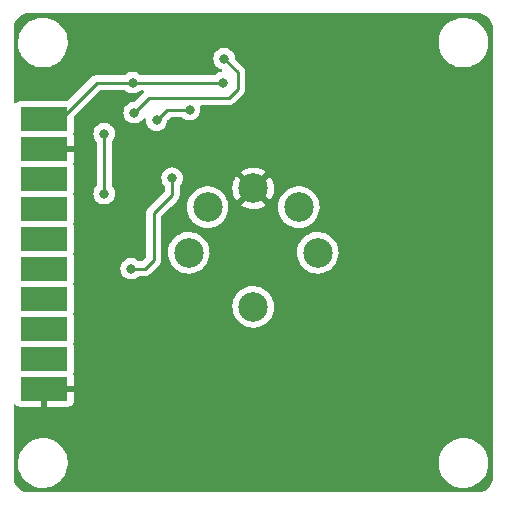
<source format=gbr>
%TF.GenerationSoftware,KiCad,Pcbnew,6.0.11-2627ca5db0~126~ubuntu22.04.1*%
%TF.CreationDate,2025-02-25T14:04:31+01:00*%
%TF.ProjectId,MidiBreakOut,4d696469-4272-4656-916b-4f75742e6b69,rev?*%
%TF.SameCoordinates,Original*%
%TF.FileFunction,Copper,L1,Top*%
%TF.FilePolarity,Positive*%
%FSLAX46Y46*%
G04 Gerber Fmt 4.6, Leading zero omitted, Abs format (unit mm)*
G04 Created by KiCad (PCBNEW 6.0.11-2627ca5db0~126~ubuntu22.04.1) date 2025-02-25 14:04:31*
%MOMM*%
%LPD*%
G01*
G04 APERTURE LIST*
%TA.AperFunction,ComponentPad*%
%ADD10R,4.000000X2.000000*%
%TD*%
%TA.AperFunction,ComponentPad*%
%ADD11C,2.500000*%
%TD*%
%TA.AperFunction,ViaPad*%
%ADD12C,0.800000*%
%TD*%
%TA.AperFunction,Conductor*%
%ADD13C,0.250000*%
%TD*%
G04 APERTURE END LIST*
D10*
%TO.P,X6,1,1*%
%TO.N,RXD*%
X82296000Y-106426000D03*
%TD*%
D11*
%TO.P,J1,1,1*%
%TO.N,unconnected-(J1-Pad1)*%
X105461000Y-100000000D03*
%TO.P,J1,2,2*%
%TO.N,Net-(J1-Pad2)*%
X103861511Y-96138489D03*
%TO.P,J1,3,3*%
%TO.N,GND*%
X100000000Y-94539000D03*
%TO.P,J1,4,4*%
%TO.N,Net-(J1-Pad4)*%
X96138489Y-96138489D03*
%TO.P,J1,5,5*%
%TO.N,unconnected-(J1-Pad5)*%
X94539000Y-100000000D03*
%TO.P,J1,6,6*%
%TO.N,unconnected-(J1-Pad6)*%
X100000000Y-104572000D03*
%TD*%
D10*
%TO.P,X9,1,1*%
%TO.N,GND*%
X82296000Y-91186000D03*
%TD*%
%TO.P,X3,1,1*%
%TO.N,CV1*%
X82296000Y-96266000D03*
%TD*%
%TO.P,X10,1,1*%
%TO.N,GND*%
X82296000Y-111506000D03*
%TD*%
%TO.P,X8,1,1*%
%TO.N,RESET*%
X82296000Y-108966000D03*
%TD*%
%TO.P,X4,1,1*%
%TO.N,TXD*%
X82296000Y-103886000D03*
%TD*%
%TO.P,X7,1,1*%
%TO.N,GATE*%
X82296000Y-101346000D03*
%TD*%
%TO.P,X5,1,1*%
%TO.N,CV2*%
X82296000Y-98806000D03*
%TD*%
%TO.P,X1,1,1*%
%TO.N,AUDIO*%
X82296000Y-93726000D03*
%TD*%
%TO.P,X2,1,1*%
%TO.N,+5V*%
X82296000Y-88646000D03*
%TD*%
D12*
%TO.N,GND*%
X97155000Y-88519000D03*
X96266000Y-88519000D03*
%TO.N,+5V*%
X97409000Y-85598000D03*
X89789000Y-85598000D03*
%TO.N,CV2*%
X87376000Y-94996000D03*
X87376000Y-89916000D03*
%TO.N,RXD*%
X93130000Y-93680000D03*
X89662000Y-101346000D03*
%TO.N,GATE*%
X89916000Y-88138000D03*
X97536000Y-83566000D03*
%TO.N,RESET*%
X94615000Y-87884000D03*
X91821000Y-88773000D03*
%TD*%
D13*
%TO.N,GND*%
X97155000Y-88519000D02*
X96266000Y-88519000D01*
%TO.N,+5V*%
X86741000Y-85598000D02*
X83693000Y-88646000D01*
X83693000Y-88646000D02*
X82296000Y-88646000D01*
X89789000Y-85598000D02*
X97409000Y-85598000D01*
X89789000Y-85598000D02*
X86741000Y-85598000D01*
%TO.N,CV2*%
X87376000Y-89916000D02*
X87376000Y-94996000D01*
%TO.N,RXD*%
X93130000Y-93680000D02*
X93130000Y-95084000D01*
X91567000Y-96647000D02*
X91567000Y-100584000D01*
X93130000Y-95084000D02*
X91567000Y-96647000D01*
X90805000Y-101346000D02*
X89662000Y-101346000D01*
X91567000Y-100584000D02*
X90805000Y-101346000D01*
%TO.N,GATE*%
X97536000Y-83566000D02*
X98679000Y-84709000D01*
X98679000Y-84709000D02*
X98679000Y-86106000D01*
X97917000Y-86868000D02*
X91186000Y-86868000D01*
X91186000Y-86868000D02*
X89916000Y-88138000D01*
X98679000Y-86106000D02*
X97917000Y-86868000D01*
%TO.N,RESET*%
X94615000Y-87884000D02*
X92710000Y-87884000D01*
X92710000Y-87884000D02*
X91821000Y-88773000D01*
%TD*%
%TA.AperFunction,Conductor*%
%TO.N,GND*%
G36*
X118970018Y-79710000D02*
G01*
X118984851Y-79712310D01*
X118984855Y-79712310D01*
X118993724Y-79713691D01*
X119007789Y-79711852D01*
X119034003Y-79711176D01*
X119192152Y-79723623D01*
X119211677Y-79726716D01*
X119389459Y-79769398D01*
X119408254Y-79775505D01*
X119492712Y-79810488D01*
X119577166Y-79845470D01*
X119594783Y-79854446D01*
X119750670Y-79949974D01*
X119766665Y-79961596D01*
X119905687Y-80080332D01*
X119919668Y-80094313D01*
X120038404Y-80233335D01*
X120050026Y-80249330D01*
X120145554Y-80405217D01*
X120154530Y-80422834D01*
X120215105Y-80569074D01*
X120224494Y-80591742D01*
X120230602Y-80610541D01*
X120269561Y-80772814D01*
X120273284Y-80788322D01*
X120276377Y-80807850D01*
X120288272Y-80958987D01*
X120287630Y-80975875D01*
X120287800Y-80975877D01*
X120287690Y-80984853D01*
X120286309Y-80993724D01*
X120287473Y-81002626D01*
X120287473Y-81002628D01*
X120290436Y-81025283D01*
X120291500Y-81041621D01*
X120291500Y-118950633D01*
X120290000Y-118970018D01*
X120287690Y-118984851D01*
X120287690Y-118984855D01*
X120286309Y-118993724D01*
X120288148Y-119007789D01*
X120288824Y-119034003D01*
X120276377Y-119192150D01*
X120276377Y-119192151D01*
X120273284Y-119211677D01*
X120268759Y-119230528D01*
X120230604Y-119389454D01*
X120224495Y-119408254D01*
X120211544Y-119439522D01*
X120154530Y-119577166D01*
X120145554Y-119594783D01*
X120050026Y-119750670D01*
X120038404Y-119766665D01*
X119919668Y-119905687D01*
X119905687Y-119919668D01*
X119766665Y-120038404D01*
X119750670Y-120050026D01*
X119594783Y-120145554D01*
X119577166Y-120154530D01*
X119492712Y-120189512D01*
X119408254Y-120224495D01*
X119389459Y-120230602D01*
X119211678Y-120273284D01*
X119192150Y-120276377D01*
X119041013Y-120288272D01*
X119024125Y-120287630D01*
X119024123Y-120287800D01*
X119015147Y-120287690D01*
X119006276Y-120286309D01*
X118997374Y-120287473D01*
X118997372Y-120287473D01*
X118982323Y-120289441D01*
X118974714Y-120290436D01*
X118958379Y-120291500D01*
X81049367Y-120291500D01*
X81029982Y-120290000D01*
X81015149Y-120287690D01*
X81015145Y-120287690D01*
X81006276Y-120286309D01*
X80992211Y-120288148D01*
X80965997Y-120288824D01*
X80807848Y-120276377D01*
X80788322Y-120273284D01*
X80610541Y-120230602D01*
X80591746Y-120224495D01*
X80507288Y-120189512D01*
X80422834Y-120154530D01*
X80405217Y-120145554D01*
X80249330Y-120050026D01*
X80233335Y-120038404D01*
X80094313Y-119919668D01*
X80080332Y-119905687D01*
X79961596Y-119766665D01*
X79949974Y-119750670D01*
X79854446Y-119594783D01*
X79845470Y-119577166D01*
X79788456Y-119439522D01*
X79775505Y-119408254D01*
X79769396Y-119389454D01*
X79731242Y-119230528D01*
X79726716Y-119211677D01*
X79723623Y-119192150D01*
X79712009Y-119044583D01*
X79712994Y-119022258D01*
X79712334Y-119022199D01*
X79712769Y-119017351D01*
X79713576Y-119012552D01*
X79713729Y-119000000D01*
X79709773Y-118972376D01*
X79708500Y-118954514D01*
X79708500Y-117932703D01*
X80090743Y-117932703D01*
X80128268Y-118217734D01*
X80204129Y-118495036D01*
X80316923Y-118759476D01*
X80328693Y-118779142D01*
X80460874Y-119000000D01*
X80464561Y-119006161D01*
X80644313Y-119230528D01*
X80767711Y-119347628D01*
X80831602Y-119408258D01*
X80852851Y-119428423D01*
X80875787Y-119444904D01*
X81072600Y-119586329D01*
X81086317Y-119596186D01*
X81090112Y-119598195D01*
X81090113Y-119598196D01*
X81111869Y-119609715D01*
X81340392Y-119730712D01*
X81610373Y-119829511D01*
X81891264Y-119890755D01*
X81919841Y-119893004D01*
X82114282Y-119908307D01*
X82114291Y-119908307D01*
X82116739Y-119908500D01*
X82272271Y-119908500D01*
X82274407Y-119908354D01*
X82274418Y-119908354D01*
X82482548Y-119894165D01*
X82482554Y-119894164D01*
X82486825Y-119893873D01*
X82491020Y-119893004D01*
X82491022Y-119893004D01*
X82627584Y-119864723D01*
X82768342Y-119835574D01*
X83039343Y-119739607D01*
X83294812Y-119607750D01*
X83298313Y-119605289D01*
X83298317Y-119605287D01*
X83412418Y-119525095D01*
X83530023Y-119442441D01*
X83740622Y-119246740D01*
X83922713Y-119024268D01*
X84072927Y-118779142D01*
X84188483Y-118515898D01*
X84267244Y-118239406D01*
X84307751Y-117954784D01*
X84307845Y-117936951D01*
X84307867Y-117932703D01*
X115690743Y-117932703D01*
X115728268Y-118217734D01*
X115804129Y-118495036D01*
X115916923Y-118759476D01*
X115928693Y-118779142D01*
X116060874Y-119000000D01*
X116064561Y-119006161D01*
X116244313Y-119230528D01*
X116367711Y-119347628D01*
X116431602Y-119408258D01*
X116452851Y-119428423D01*
X116475787Y-119444904D01*
X116672600Y-119586329D01*
X116686317Y-119596186D01*
X116690112Y-119598195D01*
X116690113Y-119598196D01*
X116711869Y-119609715D01*
X116940392Y-119730712D01*
X117210373Y-119829511D01*
X117491264Y-119890755D01*
X117519841Y-119893004D01*
X117714282Y-119908307D01*
X117714291Y-119908307D01*
X117716739Y-119908500D01*
X117872271Y-119908500D01*
X117874407Y-119908354D01*
X117874418Y-119908354D01*
X118082548Y-119894165D01*
X118082554Y-119894164D01*
X118086825Y-119893873D01*
X118091020Y-119893004D01*
X118091022Y-119893004D01*
X118227584Y-119864723D01*
X118368342Y-119835574D01*
X118639343Y-119739607D01*
X118894812Y-119607750D01*
X118898313Y-119605289D01*
X118898317Y-119605287D01*
X119012418Y-119525095D01*
X119130023Y-119442441D01*
X119340622Y-119246740D01*
X119522713Y-119024268D01*
X119672927Y-118779142D01*
X119788483Y-118515898D01*
X119867244Y-118239406D01*
X119907751Y-117954784D01*
X119907845Y-117936951D01*
X119909235Y-117671583D01*
X119909235Y-117671576D01*
X119909257Y-117667297D01*
X119871732Y-117382266D01*
X119795871Y-117104964D01*
X119683077Y-116840524D01*
X119535439Y-116593839D01*
X119355687Y-116369472D01*
X119147149Y-116171577D01*
X118913683Y-116003814D01*
X118891843Y-115992250D01*
X118868654Y-115979972D01*
X118659608Y-115869288D01*
X118389627Y-115770489D01*
X118108736Y-115709245D01*
X118077685Y-115706801D01*
X117885718Y-115691693D01*
X117885709Y-115691693D01*
X117883261Y-115691500D01*
X117727729Y-115691500D01*
X117725593Y-115691646D01*
X117725582Y-115691646D01*
X117517452Y-115705835D01*
X117517446Y-115705836D01*
X117513175Y-115706127D01*
X117508980Y-115706996D01*
X117508978Y-115706996D01*
X117372416Y-115735277D01*
X117231658Y-115764426D01*
X116960657Y-115860393D01*
X116705188Y-115992250D01*
X116701687Y-115994711D01*
X116701683Y-115994713D01*
X116691594Y-116001804D01*
X116469977Y-116157559D01*
X116259378Y-116353260D01*
X116077287Y-116575732D01*
X115927073Y-116820858D01*
X115811517Y-117084102D01*
X115732756Y-117360594D01*
X115692249Y-117645216D01*
X115692227Y-117649505D01*
X115692226Y-117649512D01*
X115690765Y-117928417D01*
X115690743Y-117932703D01*
X84307867Y-117932703D01*
X84309235Y-117671583D01*
X84309235Y-117671576D01*
X84309257Y-117667297D01*
X84271732Y-117382266D01*
X84195871Y-117104964D01*
X84083077Y-116840524D01*
X83935439Y-116593839D01*
X83755687Y-116369472D01*
X83547149Y-116171577D01*
X83313683Y-116003814D01*
X83291843Y-115992250D01*
X83268654Y-115979972D01*
X83059608Y-115869288D01*
X82789627Y-115770489D01*
X82508736Y-115709245D01*
X82477685Y-115706801D01*
X82285718Y-115691693D01*
X82285709Y-115691693D01*
X82283261Y-115691500D01*
X82127729Y-115691500D01*
X82125593Y-115691646D01*
X82125582Y-115691646D01*
X81917452Y-115705835D01*
X81917446Y-115705836D01*
X81913175Y-115706127D01*
X81908980Y-115706996D01*
X81908978Y-115706996D01*
X81772416Y-115735277D01*
X81631658Y-115764426D01*
X81360657Y-115860393D01*
X81105188Y-115992250D01*
X81101687Y-115994711D01*
X81101683Y-115994713D01*
X81091594Y-116001804D01*
X80869977Y-116157559D01*
X80659378Y-116353260D01*
X80477287Y-116575732D01*
X80327073Y-116820858D01*
X80211517Y-117084102D01*
X80132756Y-117360594D01*
X80092249Y-117645216D01*
X80092227Y-117649505D01*
X80092226Y-117649512D01*
X80090765Y-117928417D01*
X80090743Y-117932703D01*
X79708500Y-117932703D01*
X79708500Y-112946699D01*
X79728502Y-112878578D01*
X79782158Y-112832085D01*
X79852432Y-112821981D01*
X79917012Y-112851475D01*
X79923595Y-112857604D01*
X79940276Y-112874285D01*
X80042351Y-112950786D01*
X80057946Y-112959324D01*
X80178394Y-113004478D01*
X80193649Y-113008105D01*
X80244514Y-113013631D01*
X80251328Y-113014000D01*
X82023885Y-113014000D01*
X82039124Y-113009525D01*
X82040329Y-113008135D01*
X82042000Y-113000452D01*
X82042000Y-112995884D01*
X82550000Y-112995884D01*
X82554475Y-113011123D01*
X82555865Y-113012328D01*
X82563548Y-113013999D01*
X84340669Y-113013999D01*
X84347490Y-113013629D01*
X84398352Y-113008105D01*
X84413604Y-113004479D01*
X84534054Y-112959324D01*
X84549649Y-112950786D01*
X84651724Y-112874285D01*
X84664285Y-112861724D01*
X84740786Y-112759649D01*
X84749324Y-112744054D01*
X84794478Y-112623606D01*
X84798105Y-112608351D01*
X84803631Y-112557486D01*
X84804000Y-112550672D01*
X84804000Y-111778115D01*
X84799525Y-111762876D01*
X84798135Y-111761671D01*
X84790452Y-111760000D01*
X82568115Y-111760000D01*
X82552876Y-111764475D01*
X82551671Y-111765865D01*
X82550000Y-111773548D01*
X82550000Y-112995884D01*
X82042000Y-112995884D01*
X82042000Y-111378000D01*
X82062002Y-111309879D01*
X82115658Y-111263386D01*
X82168000Y-111252000D01*
X84785884Y-111252000D01*
X84801123Y-111247525D01*
X84802328Y-111246135D01*
X84803999Y-111238452D01*
X84803999Y-110461331D01*
X84803629Y-110454510D01*
X84798105Y-110403648D01*
X84794479Y-110388396D01*
X84754196Y-110280942D01*
X84749013Y-110210135D01*
X84754196Y-110192482D01*
X84794971Y-110083715D01*
X84797745Y-110076316D01*
X84804500Y-110014134D01*
X84804500Y-107917866D01*
X84797745Y-107855684D01*
X84754463Y-107740229D01*
X84749280Y-107669423D01*
X84754463Y-107651770D01*
X84794971Y-107543715D01*
X84797745Y-107536316D01*
X84804500Y-107474134D01*
X84804500Y-105377866D01*
X84797745Y-105315684D01*
X84754463Y-105200229D01*
X84749280Y-105129423D01*
X84754463Y-105111770D01*
X84794971Y-105003715D01*
X84797745Y-104996316D01*
X84804500Y-104934134D01*
X84804500Y-104525839D01*
X98237173Y-104525839D01*
X98249713Y-104786908D01*
X98300704Y-105043256D01*
X98389026Y-105289252D01*
X98426850Y-105359647D01*
X98455753Y-105413437D01*
X98512737Y-105519491D01*
X98515532Y-105523234D01*
X98515534Y-105523237D01*
X98666330Y-105725177D01*
X98666335Y-105725183D01*
X98669122Y-105728915D01*
X98672431Y-105732195D01*
X98672436Y-105732201D01*
X98851426Y-105909635D01*
X98854743Y-105912923D01*
X98858505Y-105915681D01*
X98858508Y-105915684D01*
X99061750Y-106064707D01*
X99065524Y-106067474D01*
X99069667Y-106069654D01*
X99069669Y-106069655D01*
X99292684Y-106186989D01*
X99292689Y-106186991D01*
X99296834Y-106189172D01*
X99543590Y-106275344D01*
X99548183Y-106276216D01*
X99795785Y-106323224D01*
X99795788Y-106323224D01*
X99800374Y-106324095D01*
X99930958Y-106329226D01*
X100056875Y-106334174D01*
X100056881Y-106334174D01*
X100061543Y-106334357D01*
X100140977Y-106325657D01*
X100316707Y-106306412D01*
X100316712Y-106306411D01*
X100321360Y-106305902D01*
X100434116Y-106276216D01*
X100569594Y-106240548D01*
X100569596Y-106240547D01*
X100574117Y-106239357D01*
X100814262Y-106136182D01*
X101036519Y-105998646D01*
X101040082Y-105995629D01*
X101040087Y-105995626D01*
X101232439Y-105832787D01*
X101232440Y-105832786D01*
X101236005Y-105829768D01*
X101327729Y-105725177D01*
X101405257Y-105636774D01*
X101405261Y-105636769D01*
X101408339Y-105633259D01*
X101549733Y-105413437D01*
X101657083Y-105175129D01*
X101728030Y-104923572D01*
X101744832Y-104791496D01*
X101760616Y-104667421D01*
X101760616Y-104667417D01*
X101761014Y-104664291D01*
X101763431Y-104572000D01*
X101744061Y-104311348D01*
X101732725Y-104261248D01*
X101687408Y-104060980D01*
X101686377Y-104056423D01*
X101591647Y-103812823D01*
X101461951Y-103585902D01*
X101300138Y-103380643D01*
X101109763Y-103201557D01*
X100895009Y-103052576D01*
X100890816Y-103050508D01*
X100664781Y-102939040D01*
X100664778Y-102939039D01*
X100660593Y-102936975D01*
X100614449Y-102922204D01*
X100416123Y-102858720D01*
X100411665Y-102857293D01*
X100153693Y-102815279D01*
X100039942Y-102813790D01*
X99897022Y-102811919D01*
X99897019Y-102811919D01*
X99892345Y-102811858D01*
X99633362Y-102847104D01*
X99382433Y-102920243D01*
X99378180Y-102922203D01*
X99378179Y-102922204D01*
X99341659Y-102939040D01*
X99145072Y-103029668D01*
X99106067Y-103055241D01*
X98930404Y-103170410D01*
X98930399Y-103170414D01*
X98926491Y-103172976D01*
X98731494Y-103347018D01*
X98564363Y-103547970D01*
X98428771Y-103771419D01*
X98327697Y-104012455D01*
X98263359Y-104265783D01*
X98237173Y-104525839D01*
X84804500Y-104525839D01*
X84804500Y-102837866D01*
X84797745Y-102775684D01*
X84754463Y-102660229D01*
X84749280Y-102589423D01*
X84754463Y-102571770D01*
X84794971Y-102463715D01*
X84797745Y-102456316D01*
X84804500Y-102394134D01*
X84804500Y-101346000D01*
X88748496Y-101346000D01*
X88768458Y-101535928D01*
X88827473Y-101717556D01*
X88922960Y-101882944D01*
X88927378Y-101887851D01*
X88927379Y-101887852D01*
X89009452Y-101979003D01*
X89050747Y-102024866D01*
X89205248Y-102137118D01*
X89211276Y-102139802D01*
X89211278Y-102139803D01*
X89373681Y-102212109D01*
X89379712Y-102214794D01*
X89473112Y-102234647D01*
X89560056Y-102253128D01*
X89560061Y-102253128D01*
X89566513Y-102254500D01*
X89757487Y-102254500D01*
X89763939Y-102253128D01*
X89763944Y-102253128D01*
X89850887Y-102234647D01*
X89944288Y-102214794D01*
X89950319Y-102212109D01*
X90112722Y-102139803D01*
X90112724Y-102139802D01*
X90118752Y-102137118D01*
X90273253Y-102024866D01*
X90277668Y-102019963D01*
X90282580Y-102015540D01*
X90283705Y-102016789D01*
X90337014Y-101983949D01*
X90370200Y-101979500D01*
X90726233Y-101979500D01*
X90737416Y-101980027D01*
X90744909Y-101981702D01*
X90752835Y-101981453D01*
X90752836Y-101981453D01*
X90812986Y-101979562D01*
X90816945Y-101979500D01*
X90844856Y-101979500D01*
X90848791Y-101979003D01*
X90848856Y-101978995D01*
X90860693Y-101978062D01*
X90892951Y-101977048D01*
X90896970Y-101976922D01*
X90904889Y-101976673D01*
X90924343Y-101971021D01*
X90943700Y-101967013D01*
X90955930Y-101965468D01*
X90955931Y-101965468D01*
X90963797Y-101964474D01*
X90971168Y-101961555D01*
X90971170Y-101961555D01*
X91004912Y-101948196D01*
X91016142Y-101944351D01*
X91050983Y-101934229D01*
X91050984Y-101934229D01*
X91058593Y-101932018D01*
X91065412Y-101927985D01*
X91065417Y-101927983D01*
X91076028Y-101921707D01*
X91093776Y-101913012D01*
X91112617Y-101905552D01*
X91148387Y-101879564D01*
X91158307Y-101873048D01*
X91189535Y-101854580D01*
X91189538Y-101854578D01*
X91196362Y-101850542D01*
X91210683Y-101836221D01*
X91225717Y-101823380D01*
X91235693Y-101816132D01*
X91242107Y-101811472D01*
X91270288Y-101777407D01*
X91278278Y-101768626D01*
X91959258Y-101087647D01*
X91967537Y-101080113D01*
X91974018Y-101076000D01*
X92020644Y-101026348D01*
X92023398Y-101023507D01*
X92043135Y-101003770D01*
X92045615Y-101000573D01*
X92053320Y-100991551D01*
X92083586Y-100959321D01*
X92087405Y-100952375D01*
X92087407Y-100952372D01*
X92093348Y-100941566D01*
X92104199Y-100925047D01*
X92111758Y-100915301D01*
X92116614Y-100909041D01*
X92119759Y-100901772D01*
X92119762Y-100901768D01*
X92134174Y-100868463D01*
X92139391Y-100857813D01*
X92160695Y-100819060D01*
X92165733Y-100799437D01*
X92172137Y-100780734D01*
X92177033Y-100769420D01*
X92177033Y-100769419D01*
X92180181Y-100762145D01*
X92181420Y-100754322D01*
X92181423Y-100754312D01*
X92187099Y-100718476D01*
X92189505Y-100706856D01*
X92198528Y-100671711D01*
X92198528Y-100671710D01*
X92200500Y-100664030D01*
X92200500Y-100643776D01*
X92202051Y-100624065D01*
X92203980Y-100611886D01*
X92205220Y-100604057D01*
X92201059Y-100560038D01*
X92200500Y-100548181D01*
X92200500Y-99953839D01*
X92776173Y-99953839D01*
X92788713Y-100214908D01*
X92839704Y-100471256D01*
X92928026Y-100717252D01*
X92930242Y-100721376D01*
X93006345Y-100863011D01*
X93051737Y-100947491D01*
X93054532Y-100951234D01*
X93054534Y-100951237D01*
X93205330Y-101153177D01*
X93205335Y-101153183D01*
X93208122Y-101156915D01*
X93211431Y-101160195D01*
X93211436Y-101160201D01*
X93390426Y-101337635D01*
X93393743Y-101340923D01*
X93397505Y-101343681D01*
X93397508Y-101343684D01*
X93600750Y-101492707D01*
X93604524Y-101495474D01*
X93608667Y-101497654D01*
X93608669Y-101497655D01*
X93831684Y-101614989D01*
X93831689Y-101614991D01*
X93835834Y-101617172D01*
X94082590Y-101703344D01*
X94087183Y-101704216D01*
X94334785Y-101751224D01*
X94334788Y-101751224D01*
X94339374Y-101752095D01*
X94469959Y-101757226D01*
X94595875Y-101762174D01*
X94595881Y-101762174D01*
X94600543Y-101762357D01*
X94679977Y-101753657D01*
X94855707Y-101734412D01*
X94855712Y-101734411D01*
X94860360Y-101733902D01*
X94864884Y-101732711D01*
X95108594Y-101668548D01*
X95108596Y-101668547D01*
X95113117Y-101667357D01*
X95353262Y-101564182D01*
X95575519Y-101426646D01*
X95579082Y-101423629D01*
X95579087Y-101423626D01*
X95771439Y-101260787D01*
X95771440Y-101260786D01*
X95775005Y-101257768D01*
X95869696Y-101149794D01*
X95944257Y-101064774D01*
X95944261Y-101064769D01*
X95947339Y-101061259D01*
X95970713Y-101024921D01*
X96086205Y-100845367D01*
X96088733Y-100841437D01*
X96196083Y-100603129D01*
X96267030Y-100351572D01*
X96280773Y-100243540D01*
X96299616Y-100095421D01*
X96299616Y-100095417D01*
X96300014Y-100092291D01*
X96302431Y-100000000D01*
X96299001Y-99953839D01*
X103698173Y-99953839D01*
X103710713Y-100214908D01*
X103761704Y-100471256D01*
X103850026Y-100717252D01*
X103852242Y-100721376D01*
X103928345Y-100863011D01*
X103973737Y-100947491D01*
X103976532Y-100951234D01*
X103976534Y-100951237D01*
X104127330Y-101153177D01*
X104127335Y-101153183D01*
X104130122Y-101156915D01*
X104133431Y-101160195D01*
X104133436Y-101160201D01*
X104312426Y-101337635D01*
X104315743Y-101340923D01*
X104319505Y-101343681D01*
X104319508Y-101343684D01*
X104522750Y-101492707D01*
X104526524Y-101495474D01*
X104530667Y-101497654D01*
X104530669Y-101497655D01*
X104753684Y-101614989D01*
X104753689Y-101614991D01*
X104757834Y-101617172D01*
X105004590Y-101703344D01*
X105009183Y-101704216D01*
X105256785Y-101751224D01*
X105256788Y-101751224D01*
X105261374Y-101752095D01*
X105391959Y-101757226D01*
X105517875Y-101762174D01*
X105517881Y-101762174D01*
X105522543Y-101762357D01*
X105601977Y-101753657D01*
X105777707Y-101734412D01*
X105777712Y-101734411D01*
X105782360Y-101733902D01*
X105786884Y-101732711D01*
X106030594Y-101668548D01*
X106030596Y-101668547D01*
X106035117Y-101667357D01*
X106275262Y-101564182D01*
X106497519Y-101426646D01*
X106501082Y-101423629D01*
X106501087Y-101423626D01*
X106693439Y-101260787D01*
X106693440Y-101260786D01*
X106697005Y-101257768D01*
X106791696Y-101149794D01*
X106866257Y-101064774D01*
X106866261Y-101064769D01*
X106869339Y-101061259D01*
X106892713Y-101024921D01*
X107008205Y-100845367D01*
X107010733Y-100841437D01*
X107118083Y-100603129D01*
X107189030Y-100351572D01*
X107202773Y-100243540D01*
X107221616Y-100095421D01*
X107221616Y-100095417D01*
X107222014Y-100092291D01*
X107224431Y-100000000D01*
X107205061Y-99739348D01*
X107193725Y-99689248D01*
X107148408Y-99488980D01*
X107147377Y-99484423D01*
X107052647Y-99240823D01*
X106922951Y-99013902D01*
X106761138Y-98808643D01*
X106570763Y-98629557D01*
X106356009Y-98480576D01*
X106351816Y-98478508D01*
X106125781Y-98367040D01*
X106125778Y-98367039D01*
X106121593Y-98364975D01*
X106075449Y-98350204D01*
X105877123Y-98286720D01*
X105872665Y-98285293D01*
X105614693Y-98243279D01*
X105500942Y-98241790D01*
X105358022Y-98239919D01*
X105358019Y-98239919D01*
X105353345Y-98239858D01*
X105094362Y-98275104D01*
X104843433Y-98348243D01*
X104839180Y-98350203D01*
X104839179Y-98350204D01*
X104802659Y-98367040D01*
X104606072Y-98457668D01*
X104567067Y-98483241D01*
X104391404Y-98598410D01*
X104391399Y-98598414D01*
X104387491Y-98600976D01*
X104192494Y-98775018D01*
X104025363Y-98975970D01*
X103889771Y-99199419D01*
X103788697Y-99440455D01*
X103724359Y-99693783D01*
X103698173Y-99953839D01*
X96299001Y-99953839D01*
X96283061Y-99739348D01*
X96271725Y-99689248D01*
X96226408Y-99488980D01*
X96225377Y-99484423D01*
X96130647Y-99240823D01*
X96000951Y-99013902D01*
X95839138Y-98808643D01*
X95648763Y-98629557D01*
X95434009Y-98480576D01*
X95429816Y-98478508D01*
X95203781Y-98367040D01*
X95203778Y-98367039D01*
X95199593Y-98364975D01*
X95153449Y-98350204D01*
X94955123Y-98286720D01*
X94950665Y-98285293D01*
X94692693Y-98243279D01*
X94578942Y-98241790D01*
X94436022Y-98239919D01*
X94436019Y-98239919D01*
X94431345Y-98239858D01*
X94172362Y-98275104D01*
X93921433Y-98348243D01*
X93917180Y-98350203D01*
X93917179Y-98350204D01*
X93880659Y-98367040D01*
X93684072Y-98457668D01*
X93645067Y-98483241D01*
X93469404Y-98598410D01*
X93469399Y-98598414D01*
X93465491Y-98600976D01*
X93270494Y-98775018D01*
X93103363Y-98975970D01*
X92967771Y-99199419D01*
X92866697Y-99440455D01*
X92802359Y-99693783D01*
X92776173Y-99953839D01*
X92200500Y-99953839D01*
X92200500Y-96961594D01*
X92220502Y-96893473D01*
X92237405Y-96872499D01*
X92867173Y-96242732D01*
X93017577Y-96092328D01*
X94375662Y-96092328D01*
X94375886Y-96096994D01*
X94375886Y-96097000D01*
X94378950Y-96160777D01*
X94388202Y-96353397D01*
X94439193Y-96609745D01*
X94527515Y-96855741D01*
X94529731Y-96859865D01*
X94594242Y-96979926D01*
X94651226Y-97085980D01*
X94654021Y-97089723D01*
X94654023Y-97089726D01*
X94804819Y-97291666D01*
X94804824Y-97291672D01*
X94807611Y-97295404D01*
X94810920Y-97298684D01*
X94810925Y-97298690D01*
X94989915Y-97476124D01*
X94993232Y-97479412D01*
X94996994Y-97482170D01*
X94996997Y-97482173D01*
X95130730Y-97580230D01*
X95204013Y-97633963D01*
X95208156Y-97636143D01*
X95208158Y-97636144D01*
X95431173Y-97753478D01*
X95431178Y-97753480D01*
X95435323Y-97755661D01*
X95682079Y-97841833D01*
X95686672Y-97842705D01*
X95934274Y-97889713D01*
X95934277Y-97889713D01*
X95938863Y-97890584D01*
X96069448Y-97895715D01*
X96195364Y-97900663D01*
X96195370Y-97900663D01*
X96200032Y-97900846D01*
X96279466Y-97892146D01*
X96455196Y-97872901D01*
X96455201Y-97872900D01*
X96459849Y-97872391D01*
X96572605Y-97842705D01*
X96708083Y-97807037D01*
X96708085Y-97807036D01*
X96712606Y-97805846D01*
X96952751Y-97702671D01*
X97175008Y-97565135D01*
X97178571Y-97562118D01*
X97178576Y-97562115D01*
X97370928Y-97399276D01*
X97370929Y-97399275D01*
X97374494Y-97396257D01*
X97466218Y-97291666D01*
X97543746Y-97203263D01*
X97543750Y-97203258D01*
X97546828Y-97199748D01*
X97688222Y-96979926D01*
X97795572Y-96741618D01*
X97866519Y-96490061D01*
X97883321Y-96357985D01*
X97899105Y-96233910D01*
X97899105Y-96233906D01*
X97899503Y-96230780D01*
X97899670Y-96224426D01*
X97901336Y-96160777D01*
X97901920Y-96138489D01*
X97889228Y-95967700D01*
X97887774Y-95948133D01*
X98955612Y-95948133D01*
X98964325Y-95959653D01*
X99062018Y-96031284D01*
X99069928Y-96036227D01*
X99292890Y-96153533D01*
X99301453Y-96157256D01*
X99539304Y-96240318D01*
X99548313Y-96242732D01*
X99795842Y-96289727D01*
X99805098Y-96290781D01*
X100056857Y-96300673D01*
X100066171Y-96300347D01*
X100316615Y-96272920D01*
X100325792Y-96271219D01*
X100569431Y-96207074D01*
X100578251Y-96204037D01*
X100809736Y-96104583D01*
X100818008Y-96100276D01*
X100830852Y-96092328D01*
X102098684Y-96092328D01*
X102098908Y-96096994D01*
X102098908Y-96097000D01*
X102101972Y-96160777D01*
X102111224Y-96353397D01*
X102162215Y-96609745D01*
X102250537Y-96855741D01*
X102252753Y-96859865D01*
X102317264Y-96979926D01*
X102374248Y-97085980D01*
X102377043Y-97089723D01*
X102377045Y-97089726D01*
X102527841Y-97291666D01*
X102527846Y-97291672D01*
X102530633Y-97295404D01*
X102533942Y-97298684D01*
X102533947Y-97298690D01*
X102712937Y-97476124D01*
X102716254Y-97479412D01*
X102720016Y-97482170D01*
X102720019Y-97482173D01*
X102853752Y-97580230D01*
X102927035Y-97633963D01*
X102931178Y-97636143D01*
X102931180Y-97636144D01*
X103154195Y-97753478D01*
X103154200Y-97753480D01*
X103158345Y-97755661D01*
X103405101Y-97841833D01*
X103409694Y-97842705D01*
X103657296Y-97889713D01*
X103657299Y-97889713D01*
X103661885Y-97890584D01*
X103792470Y-97895715D01*
X103918386Y-97900663D01*
X103918392Y-97900663D01*
X103923054Y-97900846D01*
X104002488Y-97892146D01*
X104178218Y-97872901D01*
X104178223Y-97872900D01*
X104182871Y-97872391D01*
X104295627Y-97842705D01*
X104431105Y-97807037D01*
X104431107Y-97807036D01*
X104435628Y-97805846D01*
X104675773Y-97702671D01*
X104898030Y-97565135D01*
X104901593Y-97562118D01*
X104901598Y-97562115D01*
X105093950Y-97399276D01*
X105093951Y-97399275D01*
X105097516Y-97396257D01*
X105189240Y-97291666D01*
X105266768Y-97203263D01*
X105266772Y-97203258D01*
X105269850Y-97199748D01*
X105411244Y-96979926D01*
X105518594Y-96741618D01*
X105589541Y-96490061D01*
X105606343Y-96357985D01*
X105622127Y-96233910D01*
X105622127Y-96233906D01*
X105622525Y-96230780D01*
X105622692Y-96224426D01*
X105624358Y-96160777D01*
X105624942Y-96138489D01*
X105612250Y-95967700D01*
X105605918Y-95882489D01*
X105605917Y-95882485D01*
X105605572Y-95877837D01*
X105602932Y-95866166D01*
X105548919Y-95627469D01*
X105547888Y-95622912D01*
X105530790Y-95578944D01*
X105454851Y-95383665D01*
X105454850Y-95383662D01*
X105453158Y-95379312D01*
X105323462Y-95152391D01*
X105161649Y-94947132D01*
X104971274Y-94768046D01*
X104818948Y-94662373D01*
X104760362Y-94621730D01*
X104760359Y-94621728D01*
X104756520Y-94619065D01*
X104752327Y-94616997D01*
X104526292Y-94505529D01*
X104526289Y-94505528D01*
X104522104Y-94503464D01*
X104503545Y-94497523D01*
X104277634Y-94425209D01*
X104273176Y-94423782D01*
X104015204Y-94381768D01*
X103901453Y-94380279D01*
X103758533Y-94378408D01*
X103758530Y-94378408D01*
X103753856Y-94378347D01*
X103494873Y-94413593D01*
X103243944Y-94486732D01*
X103239691Y-94488692D01*
X103239690Y-94488693D01*
X103203170Y-94505529D01*
X103006583Y-94596157D01*
X102967578Y-94621730D01*
X102791915Y-94736899D01*
X102791910Y-94736903D01*
X102788002Y-94739465D01*
X102593005Y-94913507D01*
X102425874Y-95114459D01*
X102423445Y-95118462D01*
X102365187Y-95214469D01*
X102290282Y-95337908D01*
X102189208Y-95578944D01*
X102124870Y-95832272D01*
X102124402Y-95836923D01*
X102124401Y-95836927D01*
X102121595Y-95864794D01*
X102098684Y-96092328D01*
X100830852Y-96092328D01*
X101032249Y-95967700D01*
X101039188Y-95962658D01*
X101047518Y-95950019D01*
X101041456Y-95939666D01*
X100012812Y-94911022D01*
X99998868Y-94903408D01*
X99997035Y-94903539D01*
X99990420Y-94907790D01*
X98962270Y-95935940D01*
X98955612Y-95948133D01*
X97887774Y-95948133D01*
X97882896Y-95882489D01*
X97882895Y-95882485D01*
X97882550Y-95877837D01*
X97879910Y-95866166D01*
X97825897Y-95627469D01*
X97824866Y-95622912D01*
X97807768Y-95578944D01*
X97731829Y-95383665D01*
X97731828Y-95383662D01*
X97730136Y-95379312D01*
X97600440Y-95152391D01*
X97438627Y-94947132D01*
X97248252Y-94768046D01*
X97095926Y-94662373D01*
X97037340Y-94621730D01*
X97037337Y-94621728D01*
X97033498Y-94619065D01*
X97029305Y-94616997D01*
X96803270Y-94505529D01*
X96803267Y-94505528D01*
X96799082Y-94503464D01*
X96780523Y-94497523D01*
X98237898Y-94497523D01*
X98249987Y-94749175D01*
X98251124Y-94758435D01*
X98300274Y-95005535D01*
X98302768Y-95014528D01*
X98387900Y-95251639D01*
X98391700Y-95260174D01*
X98510946Y-95482101D01*
X98515957Y-95489968D01*
X98579446Y-95574990D01*
X98590704Y-95583439D01*
X98603123Y-95576667D01*
X99627978Y-94551812D01*
X99634356Y-94540132D01*
X100364408Y-94540132D01*
X100364539Y-94541965D01*
X100368790Y-94548580D01*
X101399913Y-95579703D01*
X101412293Y-95586463D01*
X101420634Y-95580219D01*
X101546765Y-95384127D01*
X101551212Y-95375936D01*
X101654691Y-95146222D01*
X101657882Y-95137455D01*
X101726269Y-94894976D01*
X101728129Y-94885834D01*
X101760116Y-94634396D01*
X101760597Y-94628108D01*
X101762847Y-94542160D01*
X101762696Y-94535851D01*
X101743912Y-94283074D01*
X101742536Y-94273868D01*
X101686929Y-94028126D01*
X101684205Y-94019215D01*
X101592888Y-93784392D01*
X101588877Y-93775983D01*
X101463854Y-93557240D01*
X101458643Y-93549514D01*
X101421391Y-93502261D01*
X101409466Y-93493790D01*
X101397934Y-93500276D01*
X100372022Y-94526188D01*
X100364408Y-94540132D01*
X99634356Y-94540132D01*
X99635592Y-94537868D01*
X99635461Y-94536035D01*
X99631210Y-94529420D01*
X98601321Y-93499531D01*
X98588013Y-93492264D01*
X98577974Y-93499386D01*
X98567761Y-93511666D01*
X98562346Y-93519258D01*
X98431646Y-93734646D01*
X98427408Y-93742963D01*
X98329981Y-93975299D01*
X98327020Y-93984149D01*
X98265006Y-94228331D01*
X98263384Y-94237528D01*
X98238143Y-94488198D01*
X98237898Y-94497523D01*
X96780523Y-94497523D01*
X96554612Y-94425209D01*
X96550154Y-94423782D01*
X96292182Y-94381768D01*
X96178431Y-94380279D01*
X96035511Y-94378408D01*
X96035508Y-94378408D01*
X96030834Y-94378347D01*
X95771851Y-94413593D01*
X95520922Y-94486732D01*
X95516669Y-94488692D01*
X95516668Y-94488693D01*
X95480148Y-94505529D01*
X95283561Y-94596157D01*
X95244556Y-94621730D01*
X95068893Y-94736899D01*
X95068888Y-94736903D01*
X95064980Y-94739465D01*
X94869983Y-94913507D01*
X94702852Y-95114459D01*
X94700423Y-95118462D01*
X94642165Y-95214469D01*
X94567260Y-95337908D01*
X94466186Y-95578944D01*
X94401848Y-95832272D01*
X94401380Y-95836923D01*
X94401379Y-95836927D01*
X94398573Y-95864794D01*
X94375662Y-96092328D01*
X93017577Y-96092328D01*
X93522253Y-95587652D01*
X93530539Y-95580112D01*
X93537018Y-95576000D01*
X93583644Y-95526348D01*
X93586398Y-95523507D01*
X93606135Y-95503770D01*
X93608615Y-95500573D01*
X93616320Y-95491551D01*
X93641159Y-95465100D01*
X93646586Y-95459321D01*
X93650405Y-95452375D01*
X93650407Y-95452372D01*
X93656348Y-95441566D01*
X93667199Y-95425047D01*
X93674758Y-95415301D01*
X93679614Y-95409041D01*
X93682759Y-95401772D01*
X93682762Y-95401768D01*
X93697174Y-95368463D01*
X93702391Y-95357813D01*
X93723695Y-95319060D01*
X93728733Y-95299437D01*
X93735137Y-95280734D01*
X93740033Y-95269420D01*
X93740033Y-95269419D01*
X93743181Y-95262145D01*
X93744420Y-95254322D01*
X93744423Y-95254312D01*
X93750099Y-95218476D01*
X93752505Y-95206856D01*
X93761528Y-95171711D01*
X93761528Y-95171710D01*
X93763500Y-95164030D01*
X93763500Y-95143776D01*
X93765051Y-95124065D01*
X93766980Y-95111886D01*
X93768220Y-95104057D01*
X93764059Y-95060038D01*
X93763500Y-95048181D01*
X93763500Y-94382524D01*
X93783502Y-94314403D01*
X93795858Y-94298221D01*
X93869040Y-94216944D01*
X93964527Y-94051556D01*
X94023542Y-93869928D01*
X94043504Y-93680000D01*
X94024823Y-93502261D01*
X94024232Y-93496635D01*
X94024232Y-93496633D01*
X94023542Y-93490072D01*
X93964527Y-93308444D01*
X93869040Y-93143056D01*
X93864109Y-93137579D01*
X93855307Y-93127803D01*
X98953216Y-93127803D01*
X98957789Y-93137579D01*
X99987188Y-94166978D01*
X100001132Y-94174592D01*
X100002965Y-94174461D01*
X100009580Y-94170210D01*
X101038419Y-93141371D01*
X101044803Y-93129681D01*
X101035391Y-93117570D01*
X100898593Y-93022670D01*
X100890565Y-93017942D01*
X100664593Y-92906505D01*
X100655960Y-92903017D01*
X100415998Y-92826205D01*
X100406938Y-92824029D01*
X100158260Y-92783529D01*
X100148973Y-92782717D01*
X99897053Y-92779419D01*
X99887742Y-92779989D01*
X99638097Y-92813964D01*
X99628978Y-92815902D01*
X99387098Y-92886404D01*
X99378367Y-92889667D01*
X99149558Y-92995151D01*
X99141406Y-92999670D01*
X98962353Y-93117062D01*
X98953216Y-93127803D01*
X93855307Y-93127803D01*
X93745675Y-93006045D01*
X93745674Y-93006044D01*
X93741253Y-93001134D01*
X93586752Y-92888882D01*
X93580724Y-92886198D01*
X93580722Y-92886197D01*
X93418319Y-92813891D01*
X93418318Y-92813891D01*
X93412288Y-92811206D01*
X93318887Y-92791353D01*
X93231944Y-92772872D01*
X93231939Y-92772872D01*
X93225487Y-92771500D01*
X93034513Y-92771500D01*
X93028061Y-92772872D01*
X93028056Y-92772872D01*
X92941113Y-92791353D01*
X92847712Y-92811206D01*
X92841682Y-92813891D01*
X92841681Y-92813891D01*
X92679278Y-92886197D01*
X92679276Y-92886198D01*
X92673248Y-92888882D01*
X92518747Y-93001134D01*
X92514326Y-93006044D01*
X92514325Y-93006045D01*
X92395892Y-93137579D01*
X92390960Y-93143056D01*
X92295473Y-93308444D01*
X92236458Y-93490072D01*
X92235768Y-93496633D01*
X92235768Y-93496635D01*
X92235177Y-93502261D01*
X92216496Y-93680000D01*
X92236458Y-93869928D01*
X92295473Y-94051556D01*
X92390960Y-94216944D01*
X92464137Y-94298215D01*
X92494853Y-94362221D01*
X92496500Y-94382524D01*
X92496500Y-94769406D01*
X92476498Y-94837527D01*
X92459595Y-94858501D01*
X91814325Y-95503770D01*
X91174747Y-96143348D01*
X91166461Y-96150888D01*
X91159982Y-96155000D01*
X91154557Y-96160777D01*
X91113357Y-96204651D01*
X91110602Y-96207493D01*
X91090865Y-96227230D01*
X91088385Y-96230427D01*
X91080682Y-96239447D01*
X91050414Y-96271679D01*
X91046595Y-96278625D01*
X91046593Y-96278628D01*
X91040652Y-96289434D01*
X91029801Y-96305953D01*
X91017386Y-96321959D01*
X91014241Y-96329228D01*
X91014238Y-96329232D01*
X90999826Y-96362537D01*
X90994609Y-96373187D01*
X90973305Y-96411940D01*
X90971334Y-96419615D01*
X90971334Y-96419616D01*
X90968267Y-96431562D01*
X90961863Y-96450266D01*
X90953819Y-96468855D01*
X90952580Y-96476678D01*
X90952577Y-96476688D01*
X90946901Y-96512524D01*
X90944495Y-96524144D01*
X90933500Y-96566970D01*
X90933500Y-96587224D01*
X90931949Y-96606934D01*
X90928780Y-96626943D01*
X90929526Y-96634835D01*
X90932941Y-96670961D01*
X90933500Y-96682819D01*
X90933500Y-100269405D01*
X90913498Y-100337526D01*
X90896595Y-100358501D01*
X90579499Y-100675596D01*
X90517187Y-100709621D01*
X90490404Y-100712500D01*
X90370200Y-100712500D01*
X90302079Y-100692498D01*
X90282853Y-100676157D01*
X90282580Y-100676460D01*
X90277668Y-100672037D01*
X90273253Y-100667134D01*
X90118752Y-100554882D01*
X90112724Y-100552198D01*
X90112722Y-100552197D01*
X89950319Y-100479891D01*
X89950318Y-100479891D01*
X89944288Y-100477206D01*
X89850888Y-100457353D01*
X89763944Y-100438872D01*
X89763939Y-100438872D01*
X89757487Y-100437500D01*
X89566513Y-100437500D01*
X89560061Y-100438872D01*
X89560056Y-100438872D01*
X89473112Y-100457353D01*
X89379712Y-100477206D01*
X89373682Y-100479891D01*
X89373681Y-100479891D01*
X89211278Y-100552197D01*
X89211276Y-100552198D01*
X89205248Y-100554882D01*
X89050747Y-100667134D01*
X89046326Y-100672044D01*
X89046325Y-100672045D01*
X88940268Y-100789834D01*
X88922960Y-100809056D01*
X88891809Y-100863011D01*
X88840872Y-100951237D01*
X88827473Y-100974444D01*
X88768458Y-101156072D01*
X88748496Y-101346000D01*
X84804500Y-101346000D01*
X84804500Y-100297866D01*
X84797745Y-100235684D01*
X84754463Y-100120229D01*
X84749280Y-100049423D01*
X84754463Y-100031770D01*
X84797745Y-99916316D01*
X84804500Y-99854134D01*
X84804500Y-97757866D01*
X84797745Y-97695684D01*
X84754463Y-97580229D01*
X84749280Y-97509423D01*
X84754463Y-97491770D01*
X84759096Y-97479412D01*
X84797745Y-97376316D01*
X84804500Y-97314134D01*
X84804500Y-95217866D01*
X84797745Y-95155684D01*
X84754463Y-95040229D01*
X84751225Y-94996000D01*
X86462496Y-94996000D01*
X86463186Y-95002565D01*
X86479360Y-95156449D01*
X86482458Y-95185928D01*
X86541473Y-95367556D01*
X86544776Y-95373278D01*
X86544777Y-95373279D01*
X86578686Y-95432010D01*
X86636960Y-95532944D01*
X86641378Y-95537851D01*
X86641379Y-95537852D01*
X86760325Y-95669955D01*
X86764747Y-95674866D01*
X86919248Y-95787118D01*
X86925276Y-95789802D01*
X86925278Y-95789803D01*
X87010480Y-95827737D01*
X87093712Y-95864794D01*
X87176960Y-95882489D01*
X87274056Y-95903128D01*
X87274061Y-95903128D01*
X87280513Y-95904500D01*
X87471487Y-95904500D01*
X87477939Y-95903128D01*
X87477944Y-95903128D01*
X87575040Y-95882489D01*
X87658288Y-95864794D01*
X87741520Y-95827737D01*
X87826722Y-95789803D01*
X87826724Y-95789802D01*
X87832752Y-95787118D01*
X87987253Y-95674866D01*
X87991675Y-95669955D01*
X88110621Y-95537852D01*
X88110622Y-95537851D01*
X88115040Y-95532944D01*
X88173314Y-95432010D01*
X88207223Y-95373279D01*
X88207224Y-95373278D01*
X88210527Y-95367556D01*
X88269542Y-95185928D01*
X88272641Y-95156449D01*
X88288814Y-95002565D01*
X88289504Y-94996000D01*
X88284368Y-94947132D01*
X88270232Y-94812635D01*
X88270232Y-94812633D01*
X88269542Y-94806072D01*
X88210527Y-94624444D01*
X88206228Y-94616997D01*
X88118341Y-94464774D01*
X88115040Y-94459056D01*
X88041863Y-94377785D01*
X88011147Y-94313779D01*
X88009500Y-94293476D01*
X88009500Y-90618524D01*
X88029502Y-90550403D01*
X88041858Y-90534221D01*
X88115040Y-90452944D01*
X88210527Y-90287556D01*
X88269542Y-90105928D01*
X88284781Y-89960942D01*
X88288814Y-89922565D01*
X88289504Y-89916000D01*
X88284930Y-89872482D01*
X88270232Y-89732635D01*
X88270232Y-89732633D01*
X88269542Y-89726072D01*
X88210527Y-89544444D01*
X88115040Y-89379056D01*
X87987253Y-89237134D01*
X87859831Y-89144556D01*
X87838094Y-89128763D01*
X87838093Y-89128762D01*
X87832752Y-89124882D01*
X87826724Y-89122198D01*
X87826722Y-89122197D01*
X87664319Y-89049891D01*
X87664318Y-89049891D01*
X87658288Y-89047206D01*
X87564887Y-89027353D01*
X87477944Y-89008872D01*
X87477939Y-89008872D01*
X87471487Y-89007500D01*
X87280513Y-89007500D01*
X87274061Y-89008872D01*
X87274056Y-89008872D01*
X87187113Y-89027353D01*
X87093712Y-89047206D01*
X87087682Y-89049891D01*
X87087681Y-89049891D01*
X86925278Y-89122197D01*
X86925276Y-89122198D01*
X86919248Y-89124882D01*
X86913907Y-89128762D01*
X86913906Y-89128763D01*
X86892169Y-89144556D01*
X86764747Y-89237134D01*
X86636960Y-89379056D01*
X86541473Y-89544444D01*
X86482458Y-89726072D01*
X86481768Y-89732633D01*
X86481768Y-89732635D01*
X86467070Y-89872482D01*
X86462496Y-89916000D01*
X86463186Y-89922565D01*
X86467220Y-89960942D01*
X86482458Y-90105928D01*
X86541473Y-90287556D01*
X86636960Y-90452944D01*
X86710137Y-90534215D01*
X86740853Y-90598221D01*
X86742500Y-90618524D01*
X86742500Y-94293476D01*
X86722498Y-94361597D01*
X86710142Y-94377779D01*
X86636960Y-94459056D01*
X86633659Y-94464774D01*
X86545773Y-94616997D01*
X86541473Y-94624444D01*
X86482458Y-94806072D01*
X86481768Y-94812633D01*
X86481768Y-94812635D01*
X86467632Y-94947132D01*
X86462496Y-94996000D01*
X84751225Y-94996000D01*
X84749280Y-94969423D01*
X84754463Y-94951770D01*
X84756202Y-94947132D01*
X84797745Y-94836316D01*
X84804500Y-94774134D01*
X84804500Y-92677866D01*
X84797745Y-92615684D01*
X84754196Y-92499517D01*
X84749013Y-92428711D01*
X84754196Y-92411058D01*
X84794478Y-92303606D01*
X84798105Y-92288351D01*
X84803631Y-92237486D01*
X84804000Y-92230672D01*
X84804000Y-91458115D01*
X84799525Y-91442876D01*
X84798135Y-91441671D01*
X84790452Y-91440000D01*
X82168000Y-91440000D01*
X82099879Y-91419998D01*
X82053386Y-91366342D01*
X82042000Y-91314000D01*
X82042000Y-91058000D01*
X82062002Y-90989879D01*
X82115658Y-90943386D01*
X82168000Y-90932000D01*
X84785884Y-90932000D01*
X84801123Y-90927525D01*
X84802328Y-90926135D01*
X84803999Y-90918452D01*
X84803999Y-90141331D01*
X84803629Y-90134510D01*
X84798105Y-90083648D01*
X84794479Y-90068396D01*
X84754196Y-89960942D01*
X84749013Y-89890135D01*
X84754196Y-89872482D01*
X84794971Y-89763715D01*
X84797745Y-89756316D01*
X84804500Y-89694134D01*
X84804500Y-88482594D01*
X84824502Y-88414473D01*
X84841405Y-88393499D01*
X86966500Y-86268405D01*
X87028812Y-86234379D01*
X87055595Y-86231500D01*
X89080800Y-86231500D01*
X89148921Y-86251502D01*
X89168147Y-86267843D01*
X89168420Y-86267540D01*
X89173332Y-86271963D01*
X89177747Y-86276866D01*
X89183086Y-86280745D01*
X89319426Y-86379802D01*
X89332248Y-86389118D01*
X89338276Y-86391802D01*
X89338278Y-86391803D01*
X89500681Y-86464109D01*
X89506712Y-86466794D01*
X89575056Y-86481321D01*
X89687056Y-86505128D01*
X89687061Y-86505128D01*
X89693513Y-86506500D01*
X89884487Y-86506500D01*
X89890939Y-86505128D01*
X89890944Y-86505128D01*
X90002944Y-86481321D01*
X90071288Y-86466794D01*
X90077319Y-86464109D01*
X90239722Y-86391803D01*
X90239724Y-86391802D01*
X90245752Y-86389118D01*
X90258575Y-86379802D01*
X90394914Y-86280745D01*
X90400253Y-86276866D01*
X90404668Y-86271963D01*
X90409580Y-86267540D01*
X90410705Y-86268789D01*
X90464014Y-86235949D01*
X90497200Y-86231500D01*
X90622405Y-86231500D01*
X90690526Y-86251502D01*
X90737019Y-86305158D01*
X90747123Y-86375432D01*
X90717629Y-86440012D01*
X90711500Y-86446595D01*
X89965500Y-87192595D01*
X89903188Y-87226621D01*
X89876405Y-87229500D01*
X89820513Y-87229500D01*
X89814061Y-87230872D01*
X89814056Y-87230872D01*
X89727113Y-87249353D01*
X89633712Y-87269206D01*
X89627682Y-87271891D01*
X89627681Y-87271891D01*
X89465278Y-87344197D01*
X89465276Y-87344198D01*
X89459248Y-87346882D01*
X89304747Y-87459134D01*
X89300326Y-87464044D01*
X89300325Y-87464045D01*
X89200279Y-87575158D01*
X89176960Y-87601056D01*
X89081473Y-87766444D01*
X89022458Y-87948072D01*
X89021768Y-87954633D01*
X89021768Y-87954635D01*
X89009920Y-88067365D01*
X89002496Y-88138000D01*
X89022458Y-88327928D01*
X89081473Y-88509556D01*
X89176960Y-88674944D01*
X89304747Y-88816866D01*
X89459248Y-88929118D01*
X89465276Y-88931802D01*
X89465278Y-88931803D01*
X89627681Y-89004109D01*
X89633712Y-89006794D01*
X89727113Y-89026647D01*
X89814056Y-89045128D01*
X89814061Y-89045128D01*
X89820513Y-89046500D01*
X90011487Y-89046500D01*
X90017939Y-89045128D01*
X90017944Y-89045128D01*
X90104887Y-89026647D01*
X90198288Y-89006794D01*
X90204319Y-89004109D01*
X90366722Y-88931803D01*
X90366724Y-88931802D01*
X90372752Y-88929118D01*
X90527253Y-88816866D01*
X90655040Y-88674944D01*
X90679892Y-88631899D01*
X90731273Y-88582907D01*
X90800986Y-88569470D01*
X90866897Y-88595857D01*
X90908080Y-88653688D01*
X90914320Y-88708070D01*
X90909170Y-88757074D01*
X90907496Y-88773000D01*
X90908186Y-88779565D01*
X90924187Y-88931803D01*
X90927458Y-88962928D01*
X90986473Y-89144556D01*
X91081960Y-89309944D01*
X91209747Y-89451866D01*
X91308843Y-89523864D01*
X91345820Y-89550729D01*
X91364248Y-89564118D01*
X91370276Y-89566802D01*
X91370278Y-89566803D01*
X91532681Y-89639109D01*
X91538712Y-89641794D01*
X91632113Y-89661647D01*
X91719056Y-89680128D01*
X91719061Y-89680128D01*
X91725513Y-89681500D01*
X91916487Y-89681500D01*
X91922939Y-89680128D01*
X91922944Y-89680128D01*
X92009887Y-89661647D01*
X92103288Y-89641794D01*
X92109319Y-89639109D01*
X92271722Y-89566803D01*
X92271724Y-89566802D01*
X92277752Y-89564118D01*
X92296181Y-89550729D01*
X92333157Y-89523864D01*
X92432253Y-89451866D01*
X92560040Y-89309944D01*
X92655527Y-89144556D01*
X92714542Y-88962928D01*
X92718504Y-88925237D01*
X92729485Y-88820749D01*
X92731907Y-88797708D01*
X92758920Y-88732051D01*
X92768122Y-88721782D01*
X92935501Y-88554404D01*
X92997813Y-88520379D01*
X93024596Y-88517500D01*
X93906800Y-88517500D01*
X93974921Y-88537502D01*
X93994147Y-88553843D01*
X93994420Y-88553540D01*
X93999332Y-88557963D01*
X94003747Y-88562866D01*
X94012837Y-88569470D01*
X94150143Y-88669229D01*
X94158248Y-88675118D01*
X94164276Y-88677802D01*
X94164278Y-88677803D01*
X94286122Y-88732051D01*
X94332712Y-88752794D01*
X94396888Y-88766435D01*
X94513056Y-88791128D01*
X94513061Y-88791128D01*
X94519513Y-88792500D01*
X94710487Y-88792500D01*
X94716939Y-88791128D01*
X94716944Y-88791128D01*
X94833112Y-88766435D01*
X94897288Y-88752794D01*
X94943878Y-88732051D01*
X95065722Y-88677803D01*
X95065724Y-88677802D01*
X95071752Y-88675118D01*
X95079858Y-88669229D01*
X95217163Y-88569470D01*
X95226253Y-88562866D01*
X95249091Y-88537502D01*
X95349621Y-88425852D01*
X95349622Y-88425851D01*
X95354040Y-88420944D01*
X95415124Y-88315143D01*
X95446223Y-88261279D01*
X95446224Y-88261278D01*
X95449527Y-88255556D01*
X95508542Y-88073928D01*
X95517809Y-87985763D01*
X95527814Y-87890565D01*
X95528504Y-87884000D01*
X95526599Y-87865872D01*
X95509232Y-87700635D01*
X95509232Y-87700633D01*
X95508542Y-87694072D01*
X95506503Y-87687797D01*
X95506502Y-87687792D01*
X95499563Y-87666438D01*
X95497534Y-87595471D01*
X95534195Y-87534672D01*
X95597907Y-87503346D01*
X95619395Y-87501500D01*
X97838233Y-87501500D01*
X97849416Y-87502027D01*
X97856909Y-87503702D01*
X97864835Y-87503453D01*
X97864836Y-87503453D01*
X97924986Y-87501562D01*
X97928945Y-87501500D01*
X97956856Y-87501500D01*
X97960791Y-87501003D01*
X97960856Y-87500995D01*
X97972693Y-87500062D01*
X98004951Y-87499048D01*
X98008970Y-87498922D01*
X98016889Y-87498673D01*
X98036343Y-87493021D01*
X98055700Y-87489013D01*
X98067930Y-87487468D01*
X98067931Y-87487468D01*
X98075797Y-87486474D01*
X98083168Y-87483555D01*
X98083170Y-87483555D01*
X98116912Y-87470196D01*
X98128142Y-87466351D01*
X98162983Y-87456229D01*
X98162984Y-87456229D01*
X98170593Y-87454018D01*
X98177412Y-87449985D01*
X98177417Y-87449983D01*
X98188028Y-87443707D01*
X98205776Y-87435012D01*
X98224617Y-87427552D01*
X98260387Y-87401564D01*
X98270307Y-87395048D01*
X98301535Y-87376580D01*
X98301538Y-87376578D01*
X98308362Y-87372542D01*
X98322683Y-87358221D01*
X98337717Y-87345380D01*
X98347693Y-87338132D01*
X98354107Y-87333472D01*
X98382288Y-87299407D01*
X98390278Y-87290626D01*
X99071258Y-86609647D01*
X99079537Y-86602113D01*
X99086018Y-86598000D01*
X99132644Y-86548348D01*
X99135398Y-86545507D01*
X99155135Y-86525770D01*
X99157615Y-86522573D01*
X99165320Y-86513551D01*
X99190159Y-86487100D01*
X99195586Y-86481321D01*
X99199405Y-86474375D01*
X99199407Y-86474372D01*
X99205348Y-86463566D01*
X99216199Y-86447047D01*
X99220760Y-86441167D01*
X99228614Y-86431041D01*
X99231759Y-86423772D01*
X99231762Y-86423768D01*
X99246174Y-86390463D01*
X99251391Y-86379813D01*
X99272695Y-86341060D01*
X99277733Y-86321437D01*
X99284137Y-86302734D01*
X99289033Y-86291420D01*
X99289033Y-86291419D01*
X99292181Y-86284145D01*
X99293420Y-86276322D01*
X99293423Y-86276312D01*
X99299099Y-86240476D01*
X99301505Y-86228856D01*
X99310528Y-86193711D01*
X99310528Y-86193710D01*
X99312500Y-86186030D01*
X99312500Y-86165776D01*
X99314051Y-86146065D01*
X99315980Y-86133886D01*
X99317220Y-86126057D01*
X99313059Y-86082038D01*
X99312500Y-86070181D01*
X99312500Y-84787767D01*
X99313027Y-84776584D01*
X99314702Y-84769091D01*
X99312562Y-84701014D01*
X99312500Y-84697055D01*
X99312500Y-84669144D01*
X99311995Y-84665144D01*
X99311062Y-84653301D01*
X99309922Y-84617029D01*
X99309673Y-84609110D01*
X99304022Y-84589658D01*
X99300014Y-84570306D01*
X99298467Y-84558063D01*
X99297474Y-84550203D01*
X99293884Y-84541135D01*
X99281200Y-84509097D01*
X99277355Y-84497870D01*
X99270565Y-84474500D01*
X99265018Y-84455407D01*
X99259016Y-84445257D01*
X99254707Y-84437972D01*
X99246012Y-84420224D01*
X99238552Y-84401383D01*
X99212564Y-84365613D01*
X99206048Y-84355693D01*
X99187580Y-84324465D01*
X99187578Y-84324462D01*
X99183542Y-84317638D01*
X99169221Y-84303317D01*
X99156380Y-84288283D01*
X99149131Y-84278306D01*
X99144472Y-84271893D01*
X99110395Y-84243702D01*
X99101616Y-84235712D01*
X98483122Y-83617218D01*
X98449096Y-83554906D01*
X98446907Y-83541293D01*
X98430232Y-83382635D01*
X98430232Y-83382633D01*
X98429542Y-83376072D01*
X98370527Y-83194444D01*
X98361693Y-83179142D01*
X98278341Y-83034774D01*
X98275040Y-83029056D01*
X98147253Y-82887134D01*
X97992752Y-82774882D01*
X97986724Y-82772198D01*
X97986722Y-82772197D01*
X97824319Y-82699891D01*
X97824318Y-82699891D01*
X97818288Y-82697206D01*
X97724888Y-82677353D01*
X97637944Y-82658872D01*
X97637939Y-82658872D01*
X97631487Y-82657500D01*
X97440513Y-82657500D01*
X97434061Y-82658872D01*
X97434056Y-82658872D01*
X97347112Y-82677353D01*
X97253712Y-82697206D01*
X97247682Y-82699891D01*
X97247681Y-82699891D01*
X97085278Y-82772197D01*
X97085276Y-82772198D01*
X97079248Y-82774882D01*
X96924747Y-82887134D01*
X96796960Y-83029056D01*
X96793659Y-83034774D01*
X96710308Y-83179142D01*
X96701473Y-83194444D01*
X96642458Y-83376072D01*
X96641768Y-83382633D01*
X96641768Y-83382635D01*
X96637392Y-83424268D01*
X96622496Y-83566000D01*
X96642458Y-83755928D01*
X96701473Y-83937556D01*
X96796960Y-84102944D01*
X96924747Y-84244866D01*
X97079248Y-84357118D01*
X97085276Y-84359802D01*
X97085278Y-84359803D01*
X97220962Y-84420213D01*
X97253712Y-84434794D01*
X97260167Y-84436166D01*
X97260176Y-84436169D01*
X97302931Y-84445257D01*
X97365404Y-84478985D01*
X97399725Y-84541135D01*
X97394997Y-84611974D01*
X97352720Y-84669011D01*
X97302932Y-84691749D01*
X97126712Y-84729206D01*
X97120682Y-84731891D01*
X97120681Y-84731891D01*
X96958278Y-84804197D01*
X96958276Y-84804198D01*
X96952248Y-84806882D01*
X96797747Y-84919134D01*
X96793332Y-84924037D01*
X96788420Y-84928460D01*
X96787295Y-84927211D01*
X96733986Y-84960051D01*
X96700800Y-84964500D01*
X90497200Y-84964500D01*
X90429079Y-84944498D01*
X90409853Y-84928157D01*
X90409580Y-84928460D01*
X90404668Y-84924037D01*
X90400253Y-84919134D01*
X90245752Y-84806882D01*
X90239724Y-84804198D01*
X90239722Y-84804197D01*
X90077319Y-84731891D01*
X90077318Y-84731891D01*
X90071288Y-84729206D01*
X89977888Y-84709353D01*
X89890944Y-84690872D01*
X89890939Y-84690872D01*
X89884487Y-84689500D01*
X89693513Y-84689500D01*
X89687061Y-84690872D01*
X89687056Y-84690872D01*
X89600112Y-84709353D01*
X89506712Y-84729206D01*
X89500682Y-84731891D01*
X89500681Y-84731891D01*
X89338278Y-84804197D01*
X89338276Y-84804198D01*
X89332248Y-84806882D01*
X89177747Y-84919134D01*
X89173332Y-84924037D01*
X89168420Y-84928460D01*
X89167295Y-84927211D01*
X89113986Y-84960051D01*
X89080800Y-84964500D01*
X86819767Y-84964500D01*
X86808584Y-84963973D01*
X86801091Y-84962298D01*
X86793165Y-84962547D01*
X86793164Y-84962547D01*
X86733001Y-84964438D01*
X86729043Y-84964500D01*
X86701144Y-84964500D01*
X86697154Y-84965004D01*
X86685320Y-84965936D01*
X86641111Y-84967326D01*
X86633497Y-84969538D01*
X86633492Y-84969539D01*
X86621659Y-84972977D01*
X86602296Y-84976988D01*
X86582203Y-84979526D01*
X86574836Y-84982443D01*
X86574831Y-84982444D01*
X86541092Y-84995802D01*
X86529865Y-84999646D01*
X86487407Y-85011982D01*
X86480581Y-85016019D01*
X86469972Y-85022293D01*
X86452224Y-85030988D01*
X86433383Y-85038448D01*
X86426967Y-85043110D01*
X86426966Y-85043110D01*
X86397613Y-85064436D01*
X86387693Y-85070952D01*
X86356465Y-85089420D01*
X86356462Y-85089422D01*
X86349638Y-85093458D01*
X86335317Y-85107779D01*
X86320284Y-85120619D01*
X86303893Y-85132528D01*
X86298842Y-85138634D01*
X86275702Y-85166605D01*
X86267712Y-85175384D01*
X84342500Y-87100595D01*
X84280188Y-87134621D01*
X84253405Y-87137500D01*
X80247866Y-87137500D01*
X80185684Y-87144255D01*
X80049295Y-87195385D01*
X79932739Y-87282739D01*
X79927358Y-87289919D01*
X79923595Y-87293682D01*
X79861283Y-87327708D01*
X79790468Y-87322643D01*
X79733632Y-87280096D01*
X79708821Y-87213576D01*
X79708500Y-87204587D01*
X79708500Y-82332703D01*
X80090743Y-82332703D01*
X80128268Y-82617734D01*
X80204129Y-82895036D01*
X80316923Y-83159476D01*
X80464561Y-83406161D01*
X80644313Y-83630528D01*
X80852851Y-83828423D01*
X81086317Y-83996186D01*
X81090112Y-83998195D01*
X81090113Y-83998196D01*
X81111869Y-84009715D01*
X81340392Y-84130712D01*
X81610373Y-84229511D01*
X81891264Y-84290755D01*
X81919841Y-84293004D01*
X82114282Y-84308307D01*
X82114291Y-84308307D01*
X82116739Y-84308500D01*
X82272271Y-84308500D01*
X82274407Y-84308354D01*
X82274418Y-84308354D01*
X82482548Y-84294165D01*
X82482554Y-84294164D01*
X82486825Y-84293873D01*
X82491020Y-84293004D01*
X82491022Y-84293004D01*
X82729093Y-84243702D01*
X82768342Y-84235574D01*
X83039343Y-84139607D01*
X83294812Y-84007750D01*
X83298313Y-84005289D01*
X83298317Y-84005287D01*
X83412418Y-83925095D01*
X83530023Y-83842441D01*
X83740622Y-83646740D01*
X83922713Y-83424268D01*
X84072927Y-83179142D01*
X84188483Y-82915898D01*
X84267244Y-82639406D01*
X84307751Y-82354784D01*
X84307845Y-82336951D01*
X84307867Y-82332703D01*
X115690743Y-82332703D01*
X115728268Y-82617734D01*
X115804129Y-82895036D01*
X115916923Y-83159476D01*
X116064561Y-83406161D01*
X116244313Y-83630528D01*
X116452851Y-83828423D01*
X116686317Y-83996186D01*
X116690112Y-83998195D01*
X116690113Y-83998196D01*
X116711869Y-84009715D01*
X116940392Y-84130712D01*
X117210373Y-84229511D01*
X117491264Y-84290755D01*
X117519841Y-84293004D01*
X117714282Y-84308307D01*
X117714291Y-84308307D01*
X117716739Y-84308500D01*
X117872271Y-84308500D01*
X117874407Y-84308354D01*
X117874418Y-84308354D01*
X118082548Y-84294165D01*
X118082554Y-84294164D01*
X118086825Y-84293873D01*
X118091020Y-84293004D01*
X118091022Y-84293004D01*
X118329093Y-84243702D01*
X118368342Y-84235574D01*
X118639343Y-84139607D01*
X118894812Y-84007750D01*
X118898313Y-84005289D01*
X118898317Y-84005287D01*
X119012418Y-83925095D01*
X119130023Y-83842441D01*
X119340622Y-83646740D01*
X119522713Y-83424268D01*
X119672927Y-83179142D01*
X119788483Y-82915898D01*
X119867244Y-82639406D01*
X119907751Y-82354784D01*
X119907845Y-82336951D01*
X119909235Y-82071583D01*
X119909235Y-82071576D01*
X119909257Y-82067297D01*
X119871732Y-81782266D01*
X119795871Y-81504964D01*
X119683077Y-81240524D01*
X119570996Y-81053250D01*
X119537643Y-80997521D01*
X119537640Y-80997517D01*
X119535439Y-80993839D01*
X119355687Y-80769472D01*
X119188214Y-80610546D01*
X119150258Y-80574527D01*
X119150255Y-80574525D01*
X119147149Y-80571577D01*
X118940152Y-80422834D01*
X118917172Y-80406321D01*
X118917171Y-80406320D01*
X118913683Y-80403814D01*
X118891843Y-80392250D01*
X118868654Y-80379972D01*
X118659608Y-80269288D01*
X118389627Y-80170489D01*
X118108736Y-80109245D01*
X118077685Y-80106801D01*
X117885718Y-80091693D01*
X117885709Y-80091693D01*
X117883261Y-80091500D01*
X117727729Y-80091500D01*
X117725593Y-80091646D01*
X117725582Y-80091646D01*
X117517452Y-80105835D01*
X117517446Y-80105836D01*
X117513175Y-80106127D01*
X117508980Y-80106996D01*
X117508978Y-80106996D01*
X117372417Y-80135276D01*
X117231658Y-80164426D01*
X116960657Y-80260393D01*
X116705188Y-80392250D01*
X116701687Y-80394711D01*
X116701683Y-80394713D01*
X116685167Y-80406321D01*
X116469977Y-80557559D01*
X116259378Y-80753260D01*
X116077287Y-80975732D01*
X115927073Y-81220858D01*
X115811517Y-81484102D01*
X115732756Y-81760594D01*
X115692249Y-82045216D01*
X115692227Y-82049505D01*
X115692226Y-82049512D01*
X115690765Y-82328417D01*
X115690743Y-82332703D01*
X84307867Y-82332703D01*
X84309235Y-82071583D01*
X84309235Y-82071576D01*
X84309257Y-82067297D01*
X84271732Y-81782266D01*
X84195871Y-81504964D01*
X84083077Y-81240524D01*
X83970996Y-81053250D01*
X83937643Y-80997521D01*
X83937640Y-80997517D01*
X83935439Y-80993839D01*
X83755687Y-80769472D01*
X83588214Y-80610546D01*
X83550258Y-80574527D01*
X83550255Y-80574525D01*
X83547149Y-80571577D01*
X83340152Y-80422834D01*
X83317172Y-80406321D01*
X83317171Y-80406320D01*
X83313683Y-80403814D01*
X83291843Y-80392250D01*
X83268654Y-80379972D01*
X83059608Y-80269288D01*
X82789627Y-80170489D01*
X82508736Y-80109245D01*
X82477685Y-80106801D01*
X82285718Y-80091693D01*
X82285709Y-80091693D01*
X82283261Y-80091500D01*
X82127729Y-80091500D01*
X82125593Y-80091646D01*
X82125582Y-80091646D01*
X81917452Y-80105835D01*
X81917446Y-80105836D01*
X81913175Y-80106127D01*
X81908980Y-80106996D01*
X81908978Y-80106996D01*
X81772417Y-80135276D01*
X81631658Y-80164426D01*
X81360657Y-80260393D01*
X81105188Y-80392250D01*
X81101687Y-80394711D01*
X81101683Y-80394713D01*
X81085167Y-80406321D01*
X80869977Y-80557559D01*
X80659378Y-80753260D01*
X80477287Y-80975732D01*
X80327073Y-81220858D01*
X80211517Y-81484102D01*
X80132756Y-81760594D01*
X80092249Y-82045216D01*
X80092227Y-82049505D01*
X80092226Y-82049512D01*
X80090765Y-82328417D01*
X80090743Y-82332703D01*
X79708500Y-82332703D01*
X79708500Y-81053250D01*
X79710246Y-81032345D01*
X79712770Y-81017344D01*
X79712770Y-81017341D01*
X79713576Y-81012552D01*
X79713729Y-81000000D01*
X79712334Y-80990257D01*
X79711451Y-80962517D01*
X79723623Y-80807851D01*
X79726716Y-80788322D01*
X79730439Y-80772814D01*
X79769398Y-80610541D01*
X79775506Y-80591742D01*
X79784896Y-80569074D01*
X79845470Y-80422834D01*
X79854446Y-80405217D01*
X79949974Y-80249330D01*
X79961596Y-80233335D01*
X80080332Y-80094313D01*
X80094313Y-80080332D01*
X80233335Y-79961596D01*
X80249330Y-79949974D01*
X80405217Y-79854446D01*
X80422834Y-79845470D01*
X80507288Y-79810488D01*
X80591746Y-79775505D01*
X80610541Y-79769398D01*
X80788323Y-79726716D01*
X80807850Y-79723623D01*
X80958987Y-79711728D01*
X80975875Y-79712370D01*
X80975877Y-79712200D01*
X80984853Y-79712310D01*
X80993724Y-79713691D01*
X81002626Y-79712527D01*
X81002628Y-79712527D01*
X81020864Y-79710142D01*
X81025286Y-79709564D01*
X81041621Y-79708500D01*
X118950633Y-79708500D01*
X118970018Y-79710000D01*
G37*
%TD.AperFunction*%
%TD*%
M02*

</source>
